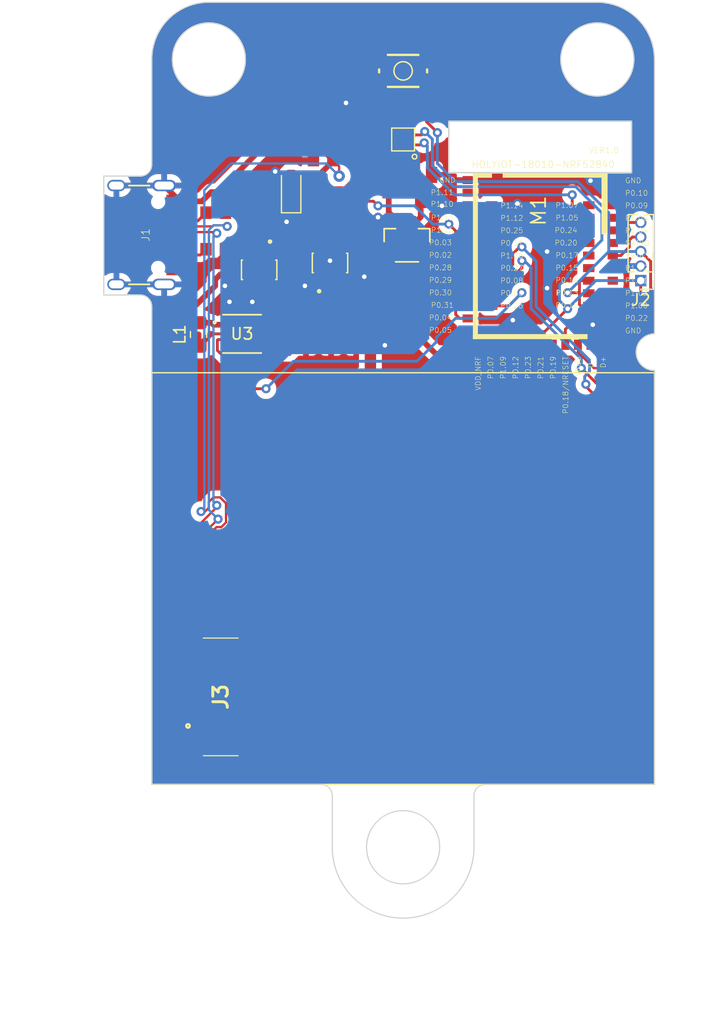
<source format=kicad_pcb>
(kicad_pcb (version 20221018) (generator pcbnew)
  (layers (0 "F.Cu" signal) (31 "B.Cu" signal) (34 "B.Paste" user) (35 "F.Paste" user) (36 "B.SilkS" user "B.Silkscreen") (37 "F.SilkS" user "F.Silkscreen") (38 "B.Mask" user) (39 "F.Mask" user) (44 "Edge.Cuts" user))
  (net 0 "")
  (net 1 "VBUS")
  (net 2 "GND")
  (net 3 "V_RAW")
  (net 4 "+5V")
  (net 5 "Net-(FUSE1-Pad1)")
  (net 6 "Net-(J1-CC1)")
  (net 7 "D+")
  (net 8 "D-")
  (net 9 "Net-(J1-CC2)")
  (net 10 "+3.3V")
  (net 11 "/NRF/RST")
  (net 12 "/NRF/SCK")
  (net 13 "/NRF/SWD")
  (net 17 "/TX")
  (net 19 "/RX")
  (net 21 "Net-(L1-Pad2)")
  (net 22 "/WS2812")
  (net 24 "/NRF/P0.02")
  (net 25 "/NRF/P0.03")
  (net 26 "/NRF/BVOLT")
  (net 27 "/NRF/P0.05")
  (net 28 "/NRF/P0.07")
  (net 29 "/NRF/P0.09")
  (net 30 "/NRF/P0.10")
  (net 31 "/NRF/P0.11")
  (net 32 "/NRF/P0.12")
  (net 33 "/NRF/POWER_PIN")
  (net 34 "/NRF/BLED")
  (net 35 "/NRF/PWM")
  (net 36 "/NRF/P0.19")
  (net 37 "/NRF/P0.21")
  (net 38 "/NRF/P0.22")
  (net 39 "/NRF/P0.23")
  (net 40 "/NRF/P0.24")
  (net 41 "/NRF/P0.25")
  (net 42 "/5VEN")
  (net 43 "/NRF/P0.27")
  (net 44 "/NRF/P0.28")
  (net 45 "/NRF/P0.29")
  (net 46 "/NRF/P0.30")
  (net 47 "/NRF/P0.31")
  (net 48 "/NRF/P1.00")
  (net 49 "/NRF/P1.01")
  (net 50 "/NRF/P1.02")
  (net 51 "/NRF/P1.03")
  (net 52 "/NRF/P1.04")
  (net 53 "/NRF/P1.05")
  (net 54 "/NRF/P1.06")
  (net 55 "/NRF/P1.07")
  (net 56 "/NRF/P1.08")
  (net 57 "/NRF/P1.09")
  (net 58 "/NRF/P1.10")
  (net 59 "/NRF/P1.11")
  (net 60 "/NRF/P1.12")
  (net 61 "/NRF/P1.13")
  (net 62 "/NRF/P1.14")
  (net 63 "/NRF/P1.15")
  (net 64 "+BATT")
  (net 65 "Net-(U3-OUTS)")
  (net 66 "Net-(U1-PROG)")
  (net 67 "Net-(U2-VDD)")
  (net 68 "CHG")
  (net 69 "Net-(U2-GND)")
  (footprint "PW:0603" (layer "F.Cu") (at 33.6 83)
    (fp_text reference "R99" hide)
    (fp_text value "5.1k")
  )
  (footprint "Connector_PinHeader_1.27mm:PinHeader_1x05_P1.27mm_Vertical" (layer "F.Cu") (at 70.8 88.94 180)
    (fp_text reference "J2")
    (fp_text value "CONN_061.27MM")
  )
  (footprint "PW:0603" (layer "F.Cu") (at 33.6 86.2)
    (fp_text reference "R100" hide)
    (fp_text value "5.1k")
  )
  (footprint "Diode_SMD:D_SOD-323_HandSoldering" (layer "F.Cu") (at 40.2 81 90)
    (fp_text reference "D122" hide)
    (fp_text value "SD103AWS-E3-08")
  )
  (footprint "PW:C0603" (layer "F.Cu") (at 43 84)
    (fp_text reference "C2" hide)
    (fp_text value "4.7u")
  )
  (footprint "PW:SOT23" (layer "F.Cu") (at 51.5396 80.8 180)
    (fp_text reference "U2" hide)
    (fp_text value "XB3303ASOT23")
  )
  (footprint "PW:SOT23" (layer "F.Cu") (at 43.2 81.2 -90)
    (fp_text reference "Q6" hide)
    (fp_text value "PMOSFETSOT23")
  )
  (footprint "PW:0603" (layer "F.Cu") (at 46.3396 83.8 90)
    (fp_text reference "R90" hide)
    (fp_text value "100k")
  )
  (footprint "PW:0603" (layer "F.Cu") (at 46.3396 80.4 90)
    (fp_text reference "R92" hide)
    (fp_text value "100k")
  )
  (footprint "PW:0603" (layer "F.Cu") (at 40.6 87.199 90)
    (fp_text reference "R95" hide)
    (fp_text value "2k")
  )
  (footprint "PW:XKB-USB-C-16P" (layer "F.Cu") (at 30 84.95 -90)
    (fp_text reference "J1")
    (fp_text value "XKB-USB-C16PIN" hide)
  )
  (footprint "PW:C0603" (layer "F.Cu") (at 41.495801 93.652 -90)
    (fp_text reference "C5" hide)
    (fp_text value "2.2u")
  )
  (footprint "PW:C0603" (layer "F.Cu") (at 45.895801 93.652 -90)
    (fp_text reference "C3" hide)
    (fp_text value "10u")
  )
  (footprint "PW:21-0137_T1033&plus_2_MXM" (layer "F.Cu") (at 35.9038 93.6)
    (fp_text reference "U3")
    (fp_text value "max8815aetb+")
  )
  (footprint "PW:SOT95P285X140-5N" (layer "F.Cu") (at 37.4 88 -90)
    (fp_text reference "VREG1" hide)
    (fp_text value "AP2112K-3.3TRG1")
  )
  (footprint "PW:TACTILE_SWITCH_SMD_4.6X2.8MM" (layer "F.Cu") (at 50 70.6 180)
    (fp_text reference "S1" hide)
    (fp_text value "MOMENTARY-SWITCH-SPST-SMD-4.6X2.8MM")
  )
  (footprint "PW:HOLYIOT-18010" (layer "F.Cu") (at 62 86.75)
    (fp_text reference "M1")
    (fp_text value "HOLYIOT_18010")
    (fp_line (start -8 -11.75) (end 8 -11.75) (stroke (width 0.12)) (layer "Edge.Cuts"))
    (fp_line (start -8 -7.25) (end -8 -11.75) (stroke (width 0.12)) (layer "Edge.Cuts"))
    (fp_line (start 8 -11.75) (end 8 -7.25) (stroke (width 0.12)) (layer "Edge.Cuts"))
    (fp_line (start 8 -7.25) (end -8 -7.25) (stroke (width 0.12)) (layer "Edge.Cuts"))
  )
  (footprint "PW:0603" (layer "F.Cu") (at 70.8 92.2 90)
    (fp_text reference "R91" hide)
    (fp_text value "100k")
  )
  (footprint "PW:C0603" (layer "F.Cu") (at 43 78.4 180)
    (fp_text reference "C1" hide)
    (fp_text value "10u")
  )
  (footprint "PW:0603" (layer "F.Cu") (at 48.7396 80.4 90)
    (fp_text reference "R98" hide)
    (fp_text value "100")
  )
  (footprint "PW:C0603" (layer "F.Cu") (at 43.695801 93.652 -90)
    (fp_text reference "C4" hide)
    (fp_text value "10u")
  )
  (footprint "PW:0603" (layer "F.Cu") (at 39.295801 93.652 90)
    (fp_text reference "R1" hide)
    (fp_text value "100")
  )
  (footprint "PW:1206" (layer "F.Cu") (at 41.8 76.2)
    (fp_text reference "FUSE1" hide)
    (fp_text value "500mA")
  )
  (footprint "PW:HPMA115C0" (layer "F.Cu") (at 50 115 180)
    (fp_text reference "J3")
    (fp_text value "Conn_01x10" hide)
  )
  (footprint "PW:0603" (layer "F.Cu") (at 46 76.6 -90)
    (fp_text reference "R96" hide)
    (fp_text value "100k")
  )
  (footprint "Inductor_SMD:L_0805_2012Metric_Pad1.15x1.40mm_HandSolder" (layer "F.Cu") (at 32.095801 93.652 90)
    (fp_text reference "L1")
    (fp_text value "L")
  )
  (footprint "PW:SOT95P285X140-5N" (layer "F.Cu") (at 43.6 87.4 90)
    (fp_text reference "U1" hide)
    (fp_text value "TP4054-42-SOT25-R_TP4054-42-SOT25-R")
  )
  (footprint "PW:SK6805-E-J" (layer "F.Cu") (at 50 76.6 90)
    (fp_text reference "LED1" hide)
    (fp_text value "~")
  )
  (footprint "PW:BM02B-SRSS-TB" (layer "F.Cu") (at 50.3396 84.075)
    (fp_text reference "X1" hide)
    (fp_text value "BM02B-SRSS-TB")
  )
  (gr_line (start 23.8 79.8) (end 23.8 90.2) (stroke (width 0.1)) (layer "Edge.Cuts"))
  (gr_arc (start 56.2 138.5) (mid 50 144.7) (end 43.8 138.5) (stroke (width 0.1)) (layer "Edge.Cuts"))
  (gr_line (start 28 91.2) (end 28 133) (stroke (width 0.1)) (layer "Edge.Cuts"))
  (gr_arc (start 27 90.2) (mid 27.707107 90.492893) (end 28 91.2) (stroke (width 0.1)) (layer "Edge.Cuts"))
  (gr_line (start 28 133) (end 42.8 133) (stroke (width 0.1)) (layer "Edge.Cuts"))
  (gr_arc (start 56.2 134) (mid 56.492893 133.292893) (end 57.2 133) (stroke (width 0.1)) (layer "Edge.Cuts"))
  (gr_arc (start 67 64.6) (mid 70.535534 66.064466) (end 72 69.6) (stroke (width 0.1)) (layer "Edge.Cuts"))
  (gr_arc (start 42.8 133) (mid 43.507107 133.292893) (end 43.8 134) (stroke (width 0.1)) (layer "Edge.Cuts"))
  (gr_line (start 56.2 138.5) (end 56.2 134) (stroke (width 0.1)) (layer "Edge.Cuts"))
  (gr_line (start 57.2 133) (end 72 133) (stroke (width 0.1)) (layer "Edge.Cuts"))
  (gr_circle (center 67 69.6) (end 70.2 69.6) (stroke (width 0.1)) (fill none) (layer "Edge.Cuts"))
  (gr_circle (center 50 138.5) (end 53.2 138.5) (stroke (width 0.1)) (fill none) (layer "Edge.Cuts"))
  (gr_circle (center 33 69.6) (end 36.2 69.6) (stroke (width 0.1)) (fill none) (layer "Edge.Cuts"))
  (gr_line (start 28 69.6) (end 28 78.8) (stroke (width 0.1)) (layer "Edge.Cuts"))
  (gr_arc (start 72 96.8) (mid 70.4 95.2) (end 72 93.6) (stroke (width 0.1)) (layer "Edge.Cuts"))
  (gr_line (start 72 93.6) (end 72 69.6) (stroke (width 0.1)) (layer "Edge.Cuts"))
  (gr_line (start 27 79.8) (end 23.8 79.8) (stroke (width 0.1)) (layer "Edge.Cuts"))
  (gr_line (start 23.8 90.2) (end 27 90.2) (stroke (width 0.1)) (layer "Edge.Cuts"))
  (gr_arc (start 28 78.8) (mid 27.707107 79.507107) (end 27 79.8) (stroke (width 0.1)) (layer "Edge.Cuts"))
  (gr_line (start 43.8 138.5) (end 43.8 134) (stroke (width 0.1)) (layer "Edge.Cuts"))
  (gr_line (start 67 64.6) (end 33 64.6) (stroke (width 0.1)) (layer "Edge.Cuts"))
  (gr_line (start 72 133) (end 72 96.8) (stroke (width 0.1)) (layer "Edge.Cuts"))
  (gr_arc (start 28 69.6) (mid 29.464466 66.064466) (end 33 64.6) (stroke (width 0.1)) (layer "Edge.Cuts"))
  (segment (start 70.2 128.58277) (end 67.37277 131.41) (width 0.2) (layer "F.Cu") (net 1))
  (segment (start 43.25 82.15) (end 43.225 82.125) (width 0.35) (layer "F.Cu") (net 1))
  (segment (start 44.8 83.15) (end 43.8 82.15) (width 0.5) (layer "F.Cu") (net 1))
  (segment (start 45.05 78.4) (end 46 77.45) (width 0.5) (layer "F.Cu") (net 1))
  (segment (start 32.9895 108.31005) (end 32.9895 108.8105) (width 0.2) (layer "F.Cu") (net 1))
  (segment (start 65.300015 95.199998) (end 66.700017 96.6) (width 0.2) (layer "F.Cu") (net 1))
  (segment (start 32.662586 109.137414) (end 32.31413 109.137414) (width 0.2) (layer "F.Cu") (net 1))
  (segment (start 34.5 110.08995) (end 34.5 108.42055) (width 0.2) (layer "F.Cu") (net 1))
  (segment (start 34.08995 110.5) (end 34.5 110.08995) (width 0.2) (layer "F.Cu") (net 1))
  (segment (start 33.39955 107.9) (end 32.9895 108.31005) (width 0.2) (layer "F.Cu") (net 1))
  (segment (start 29.79 130.47277) (end 29.79 114.375686) (width 0.2) (layer "F.Cu") (net 1))
  (segment (start 33.665686 110.5) (end 34.08995 110.5) (width 0.2) (layer "F.Cu") (net 1))
  (segment (start 70.2 98.572574) (end 70.2 128.58277) (width 0.2) (layer "F.Cu") (net 1))
  (segment (start 68.227426 96.6) (end 70.2 98.572574) (width 0.2) (layer "F.Cu") (net 1))
  (segment (start 44.55 86.215) (end 44.8 85.965) (width 0.5) (layer "F.Cu") (net 1))
  (segment (start 67.37277 131.41) (end 30.72723 131.41) (width 0.2) (layer "F.Cu") (net 1))
  (segment (start 44.4 79.8) (end 44.4 78.95) (width 0.2) (layer "F.Cu") (net 1))
  (segment (start 40.7 80.25) (end 40.2 79.75) (width 0.5) (layer "F.Cu") (net 1))
  (segment (start 42.1 80.25) (end 40.7 80.25) (width 0.5) (layer "F.Cu") (net 1))
  (segment (start 43.85 78.5) (end 42.1 80.25) (width 0.5) (layer "F.Cu") (net 1))
  (segment (start 42.1 80.25) (end 43.15 81.3) (width 0.5) (layer "F.Cu") (net 1))
  (segment (start 43.222 76.2) (end 43.222 77.772) (width 0.5) (layer "F.Cu") (net 1))
  (segment (start 43.225 81.375) (end 43.15 81.3) (width 0.35) (layer "F.Cu") (net 1))
  (segment (start 43.85 78.4) (end 43.85 78.5) (width 0.5) (layer "F.Cu") (net 1))
  (segment (start 65.300015 94.55) (end 65.300015 95.199998) (width 0.2) (layer "F.Cu") (net 1))
  (segment (start 29.79 114.375686) (end 33.665686 110.5) (width 0.2) (layer "F.Cu") (net 1))
  (segment (start 44.4 78.95) (end 43.85 78.4) (width 0.2) (layer "F.Cu") (net 1))
  (segment (start 44.8 85.965) (end 44.8 83.15) (width 0.5) (layer "F.Cu") (net 1))
  (segment (start 33.97945 107.9) (end 33.39955 107.9) (width 0.2) (layer "F.Cu") (net 1))
  (segment (start 43.8 82.15) (end 43.25 82.15) (width 0.35) (layer "F.Cu") (net 1))
  (segment (start 32.9895 108.8105) (end 32.662586 109.137414) (width 0.2) (layer "F.Cu") (net 1))
  (segment (start 30.72723 131.41) (end 29.79 130.47277) (width 0.2) (layer "F.Cu") (net 1))
  (segment (start 43.225 82.125) (end 43.225 81.375) (width 0.35) (layer "F.Cu") (net 1))
  (segment (start 43.222 77.772) (end 43.85 78.4) (width 0.5) (layer "F.Cu") (net 1))
  (segment (start 66.700017 96.6) (end 68.227426 96.6) (width 0.2) (layer "F.Cu") (net 1))
  (segment (start 43.85 78.4) (end 45.05 78.4) (width 0.5) (layer "F.Cu") (net 1))
  (segment (start 34.5 108.42055) (end 33.97945 107.9) (width 0.2) (layer "F.Cu") (net 1))
  (via (at 32.31413 109.137414) (size 0.8) (drill 0.4) (layers "F.Cu" "B.Cu") (net 1))
  (via (at 44.4 79.8) (size 1) (drill 0.5) (layers "F.Cu" "B.Cu") (net 1))
  (segment (start 43.3 78.7) (end 44.4 79.8) (width 0.2) (layer "B.Cu") (net 1))
  (segment (start 32.31413 109.137414) (end 32.6 108.851544) (width 0.2) (layer "B.Cu") (net 1))
  (segment (start 34.934314 78.7) (end 43.3 78.7) (width 0.2) (layer "B.Cu") (net 1))
  (segment (start 32.6 108.851544) (end 32.6 81.034314) (width 0.2) (layer "B.Cu") (net 1))
  (segment (start 32.6 81.034314) (end 34.934314 78.7) (width 0.2) (layer "B.Cu") (net 1))
  (segment (start 46 75.75) (end 48.15 75.75) (width 0.35) (layer "F.Cu") (net 2))
  (segment (start 37.4 93.6) (end 35.9038 93.6) (width 0.25) (layer "F.Cu") (net 2))
  (segment (start 48.15 75.75) (end 48.2 75.8) (width 0.35) (layer "F.Cu") (net 2))
  (segment (start 43.8 87.4) (end 43.6 87.2) (width 0.35) (layer "F.Cu") (net 2))
  (segment (start 30 81.545) (end 29.085 80.63) (width 0.5) (layer "F.Cu") (net 2))
  (segment (start 46.3396 85.90437) (end 44.84397 87.4) (width 0.35) (layer "F.Cu") (net 2))
  (segment (start 38.865 79.465) (end 38.8 79.4) (width 0.25) (layer "F.Cu") (net 2))
  (segment (start 30 81.725) (end 30 81.545) (width 0.5) (layer "F.Cu") (net 2))
  (segment (start 39.8 83.8) (end 38.865 82.865) (width 0.25) (layer "F.Cu") (net 2))
  (segment (start 40.05 78.4) (end 42.15 78.4) (width 0.25) (layer "F.Cu") (net 2))
  (segment (start 33.16 87.44) (end 32.8 87.8) (width 1) (layer "F.Cu") (net 2))
  (segment (start 34.45 86.2) (end 34.6 86.2) (width 1) (layer "F.Cu") (net 2))
  (segment (start 33.94 87.44) (end 33.16 87.44) (width 1) (layer "F.Cu") (net 2))
  (segment (start 34.6 86.2) (end 36 84.8) (width 1) (layer "F.Cu") (net 2))
  (segment (start 38.8 79.4) (end 39.8 78.4) (width 0.35) (layer "F.Cu") (net 2))
  (segment (start 44.84397 87.4) (end 43.8 87.4) (width 0.35) (layer "F.Cu") (net 2))
  (segment (start 38.865 82.865) (end 38.865 79.465) (width 0.25) (layer "F.Cu") (net 2))
  (segment (start 46.3396 84.65) (end 46.3396 85.90437) (width 0.35) (layer "F.Cu") (net 2))
  (segment (start 46.55 84.65) (end 47.8 83.4) (width 0.35) (layer "F.Cu") (net 2))
  (segment (start 34.45 86.93) (end 33.94 87.44) (width 1) (layer "F.Cu") (net 2))
  (segment (start 35.9038 93.6) (end 34.903799 94.600001) (width 0.25) (layer "F.Cu") (net 2))
  (segment (start 34.45 86.2) (end 34.45 86.93) (width 1) (layer "F.Cu") (net 2))
  (segment (start 46.3396 84.65) (end 46.55 84.65) (width 0.35) (layer "F.Cu") (net 2))
  (segment (start 39.8 78.4) (end 40.05 78.4) (width 0.35) (layer "F.Cu") (net 2))
  (segment (start 34.903799 94.600001) (end 34.4076 94.600001) (width 0.25) (layer "F.Cu") (net 2))
  (via (at 46.6 88.6) (size 0.8) (drill 0.4) (layers "F.Cu" "B.Cu") (net 2))
  (via (at 34.4 89.4) (size 0.8) (drill 0.4) (layers "F.Cu" "B.Cu") (net 2))
  (via (at 45 73.4) (size 0.8) (drill 0.4) (layers "F.Cu" "B.Cu") (net 2))
  (via (at 59.6 92.4) (size 0.8) (drill 0.4) (layers "F.Cu" "B.Cu") (net 2))
  (via (at 66.4 80.2) (size 0.8) (drill 0.4) (layers "F.Cu" "B.Cu") (net 2))
  (via (at 38.8 79.4) (size 0.8) (drill 0.4) (layers "F.Cu" "B.Cu") (net 2))
  (via (at 48.4 94.6) (size 0.8) (drill 0.4) (layers "F.Cu" "B.Cu") (net 2))
  (via (at 60 82.2) (size 0.8) (drill 0.4) (layers "F.Cu" "B.Cu") (net 2))
  (via (at 53.4 82.4) (size 0.8) (drill 0.4) (layers "F.Cu" "B.Cu") (net 2))
  (via (at 66.6 92.8) (size 0.8) (drill 0.4) (layers "F.Cu" "B.Cu") (net 2))
  (via (at 62.6 89.6) (size 0.8) (drill 0.4) (layers "F.Cu" "B.Cu") (net 2))
  (via (at 41.4 89.4) (size 0.8) (drill 0.4) (layers "F.Cu" "B.Cu") (net 2))
  (via (at 62.6 86.4) (size 0.8) (drill 0.4) (layers "F.Cu" "B.Cu") (net 2))
  (via (at 47.8 83.4) (size 0.8) (drill 0.4) (layers "F.Cu" "B.Cu") (net 2))
  (via (at 39.8 83.8) (size 0.8) (drill 0.4) (layers "F.Cu" "B.Cu") (net 2))
  (via (at 34.8 90.8) (size 0.8) (drill 0.4) (layers "F.Cu" "B.Cu") (net 2))
  (via (at 43.6 87.2) (size 0.8) (drill 0.4) (layers "F.Cu" "B.Cu") (net 2))
  (via (at 36.8 90.8) (size 0.8) (drill 0.4) (layers "F.Cu" "B.Cu") (net 2))
  (segment (start 42.15 84) (end 41.165 84) (width 0.5) (layer "F.Cu") (net 3))
  (segment (start 38.35 86.815) (end 38.35 87.450036) (width 0.5) (layer "F.Cu") (net 3))
  (segment (start 33.172801 93.6) (end 32.095801 94.677) (width 0.5) (layer "F.Cu") (net 3))
  (segment (start 36.939964 87.94) (end 36.45 87.450036) (width 0.5) (layer "F.Cu") (net 3))
  (segment (start 37.860036 87.94) (end 36.939964 87.94) (width 0.5) (layer "F.Cu") (net 3))
  (segment (start 33.55 89.407852) (end 30.945801 92.012051) (width 0.5) (layer "F.Cu") (net 3))
  (segment (start 31.355852 93.652) (end 32.095801 93.652) (width 0.5) (layer "F.Cu") (net 3))
  (segment (start 38.35 87.450036) (end 37.860036 87.94) (width 0.5) (layer "F.Cu") (net 3))
  (segment (start 36.142852 86.815) (end 34.557852 88.4) (width 0.5) (layer "F.Cu") (net 3))
  (segment (start 42.1 82.15) (end 40.3 82.15) (width 0.5) (layer "F.Cu") (net 3))
  (segment (start 41.165 84) (end 38.35 86.815) (width 0.5) (layer "F.Cu") (net 3))
  (segment (start 34.4076 93.6) (end 33.172801 93.6) (width 0.25) (layer "F.Cu") (net 3))
  (segment (start 42.1 82.15) (end 42.1 83.95) (width 0.5) (layer "F.Cu") (net 3))
  (segment (start 40.3 82.15) (end 40.2 82.25) (width 0.5) (layer "F.Cu") (net 3))
  (segment (start 42.1 83.95) (end 42.15 84) (width 0.5) (layer "F.Cu") (net 3))
  (segment (start 33.55 88.85) (end 33.55 89.407852) (width 0.5) (layer "F.Cu") (net 3))
  (segment (start 36.45 86.815) (end 36.142852 86.815) (width 0.5) (layer "F.Cu") (net 3))
  (segment (start 32.095801 93.652) (end 32.095801 94.677) (width 0.5) (layer "F.Cu") (net 3))
  (segment (start 34 88.4) (end 33.55 88.85) (width 0.5) (layer "F.Cu") (net 3))
  (segment (start 34.557852 88.4) (end 34 88.4) (width 0.5) (layer "F.Cu") (net 3))
  (segment (start 30.945801 93.241949) (end 31.355852 93.652) (width 0.5) (layer "F.Cu") (net 3))
  (segment (start 36.45 87.450036) (end 36.45 86.815) (width 0.5) (layer "F.Cu") (net 3))
  (segment (start 30.945801 92.012051) (end 30.945801 93.241949) (width 0.5) (layer "F.Cu") (net 3))
  (segment (start 38.199999 95.4) (end 40.077801 95.4) (width 0.25) (layer "F.Cu") (net 4))
  (segment (start 37.4 92.8) (end 37.402 92.802) (width 0.2) (layer "F.Cu") (net 4))
  (segment (start 37.4 92.8) (end 37.4 93.100001) (width 0.2) (layer "F.Cu") (net 4))
  (segment (start 46.625801 92.802) (end 47.135801 93.312) (width 1) (layer "F.Cu") (net 4))
  (segment (start 37.402 92.802) (end 39.295801 92.802) (width 0.5) (layer "F.Cu") (net 4))
  (segment (start 39.11 127.89) (end 35.4 127.89) (width 1) (layer "F.Cu") (net 4))
  (segment (start 40 104.071602) (end 40 127) (width 1) (layer "F.Cu") (net 4))
  (segment (start 45.895801 92.802) (end 46.625801 92.802) (width 1) (layer "F.Cu") (net 4))
  (segment (start 39.295801 92.802) (end 40.4 92.802) (width 1) (layer "F.Cu") (net 4))
  (segment (start 40.4 92.802) (end 41.495801 92.802) (width 1) (layer "F.Cu") (net 4))
  (segment (start 37.4 94.600001) (end 38.199999 95.4) (width 0.25) (layer "F.Cu") (net 4))
  (segment (start 40.077801 95.4) (end 40.4 95.077801) (width 0.25) (layer "F.Cu") (net 4))
  (segment (start 40.4 95.077801) (end 40.4 92.802) (width 0.25) (layer "F.Cu") (net 4))
  (segment (start 37.4 92.599999) (end 37.4 92.8) (width 0.2) (layer "F.Cu") (net 4))
  (segment (start 40 127) (end 39.11 127.89) (width 1) (layer "F.Cu") (net 4))
  (segment (start 47.135801 96.935801) (end 40 104.071602) (width 1) (layer "F.Cu") (net 4))
  (segment (start 47.135801 93.312) (end 47.135801 96.935801) (width 1) (layer "F.Cu") (net 4))
  (segment (start 43.695801 92.802) (end 41.495801 92.802) (width 1) (layer "F.Cu") (net 4))
  (segment (start 45.895801 92.802) (end 43.695801 92.802) (width 1) (layer "F.Cu") (net 4))
  (segment (start 30 82.5) (end 31.32 82.5) (width 0.5) (layer "F.Cu") (net 5))
  (segment (start 29.246371 82.5) (end 30 82.5) (width 0.35) (layer "F.Cu") (net 5))
  (segment (start 38.8 76.2) (end 40.378 76.2) (width 0.5) (layer "F.Cu") (net 5))
  (segment (start 32.39 82.01) (end 33.2 81.2) (width 0.5) (layer "F.Cu") (net 5))
  (segment (start 31.32 82.5) (end 31.81 82.01) (width 0.5) (layer "F.Cu") (net 5))
  (segment (start 28.52 83.226371) (end 29.246371 82.5) (width 0.35) (layer "F.Cu") (net 5))
  (segment (start 31.81 82.01) (end 32.39 82.01) (width 0.5) (layer "F.Cu") (net 5))
  (segment (start 33.2 81.2) (end 33.8 81.2) (width 0.5) (layer "F.Cu") (net 5))
  (segment (start 30 87.4) (end 29.246371 87.4) (width 0.35) (layer "F.Cu") (net 5))
  (segment (start 29.246371 87.4) (end 28.52 86.673629) (width 0.35) (layer "F.Cu") (net 5))
  (segment (start 28.52 86.673629) (end 28.52 83.226371) (width 0.35) (layer "F.Cu") (net 5))
  (segment (start 33.8 81.2) (end 38.8 76.2) (width 0.5) (layer "F.Cu") (net 5))
  (segment (start 32.05 83.7) (end 32.75 83) (width 0.25) (layer "F.Cu") (net 6))
  (segment (start 30 83.7) (end 32.05 83.7) (width 0.25) (layer "F.Cu") (net 6))
  (segment (start 29 114.048456) (end 30.041494 113.006962) (width 0.2) (layer "F.Cu") (net 7))
  (segment (start 30.4 132.2) (end 29 130.799999) (width 0.2) (layer "F.Cu") (net 7))
  (segment (start 33.5895 84.7) (end 33.6895 84.8) (width 0.2) (layer "F.Cu") (net 7))
  (segment (start 33.6895 108.751994) (end 33.6895 108.6) (width 0.2) (layer "F.Cu") (net 7))
  (segment (start 30.041494 113.006962) (end 30.041494 112.4) (width 0.2) (layer "F.Cu") (net 7))
  (segment (start 29 130.799999) (end 29 114.048456) (width 0.2) (layer "F.Cu") (net 7))
  (segment (start 31.015 84.76) (end 31.015 85.64) (width 0.2) (layer "F.Cu") (net 7))
  (segment (start 30.955 85.7) (end 30 85.7) (width 0.2) (layer "F.Cu") (net 7))
  (segment (start 31.015 85.64) (end 30.955 85.7) (width 0.2) (layer "F.Cu") (net 7))
  (segment (start 30.955 84.7) (end 31.015 84.76) (width 0.2) (layer "F.Cu") (net 7))
  (segment (start 30 84.7) (end 33.5895 84.7) (width 0.2) (layer "F.Cu") (net 7))
  (segment (start 71 128.9) (end 67.7 132.2) (width 0.2) (layer "F.Cu") (net 7))
  (segment (start 67.500009 94.55) (end 67.500009 94.755353) (width 0.2) (layer "F.Cu") (net 7))
  (segment (start 67.7 132.2) (end 30.4 132.2) (width 0.2) (layer "F.Cu") (net 7))
  (segment (start 30 84.7) (end 30.955 84.7) (width 0.2) (layer "F.Cu") (net 7))
  (segment (start 67.500009 94.755353) (end 71 98.255344) (width 0.2) (layer "F.Cu") (net 7))
  (segment (start 71 98.255344) (end 71 128.9) (width 0.2) (layer "F.Cu") (net 7))
  (segment (start 30.041494 112.4) (end 33.6895 108.751994) (width 0.2) (layer "F.Cu") (net 7))
  (via (at 33.6895 84.8) (size 0.8) (drill 0.4) (layers "F.Cu" "B.Cu") (net 7))
  (via (at 33.6895 108.6) (size 0.8) (drill 0.4) (layers "F.Cu" "B.Cu") (net 7))
  (segment (start 33.6895 84.8) (end 33.4 85.0895) (width 0.2) (layer "B.Cu") (net 7))
  (segment (start 33.4 108.3105) (end 33.6895 108.6) (width 0.2) (layer "B.Cu") (net 7))
  (segment (start 33.4 85.0895) (end 33.4 108.3105) (width 0.2) (layer "B.Cu") (net 7))
  (segment (start 30 84.2) (end 29.045 84.2) (width 0.2) (layer "F.Cu") (net 8))
  (segment (start 28.985 84.26) (end 28.985 85.14) (width 0.2) (layer "F.Cu") (net 8))
  (segment (start 29.045 85.2) (end 30 85.2) (width 0.2) (layer "F.Cu") (net 8))
  (segment (start 66.400012 94.55) (end 66.761478 94.911466) (width 0.2) (layer "F.Cu") (net 8))
  (segment (start 70.6 98.406888) (end 70.6 128.748456) (width 0.2) (layer "F.Cu") (net 8))
  (segment (start 30.561544 131.81) (end 29.39 130.638456) (width 0.2) (layer "F.Cu") (net 8))
  (segment (start 66.761478 95.134422) (end 67.827056 96.2) (width 0.2) (layer "F.Cu") (net 8))
  (segment (start 29.045 84.2) (end 28.985 84.26) (width 0.2) (layer "F.Cu") (net 8))
  (segment (start 33.313692 84.2) (end 30 84.2) (width 0.2) (layer "F.Cu") (net 8))
  (segment (start 28.985 85.14) (end 29.045 85.2) (width 0.2) (layer "F.Cu") (net 8))
  (segment (start 70.6 128.748456) (end 67.538456 131.81) (width 0.2) (layer "F.Cu") (net 8))
  (segment (start 68.393112 96.2) (end 70.6 98.406888) (width 0.2) (layer "F.Cu") (net 8))
  (segment (start 34.6 84.2) (end 34.51 84.11) (width 0.2) (layer "F.Cu") (net 8))
  (segment (start 67.538456 131.81) (end 30.561544 131.81) (width 0.2) (layer "F.Cu") (net 8))
  (segment (start 67.827056 96.2) (end 68.393112 96.2) (width 0.2) (layer "F.Cu") (net 8))
  (segment (start 29.39 114.21) (end 33.8 109.8) (width 0.2) (layer "F.Cu") (net 8))
  (segment (start 33.403692 84.11) (end 33.313692 84.2) (width 0.2) (layer "F.Cu") (net 8))
  (segment (start 29.39 130.638456) (end 29.39 114.21) (width 0.2) (layer "F.Cu") (net 8))
  (segment (start 66.761478 94.911466) (end 66.761478 95.134422) (width 0.2) (layer "F.Cu") (net 8))
  (segment (start 34.51 84.11) (end 33.403692 84.11) (width 0.2) (layer "F.Cu") (net 8))
  (via (at 34.6 84.2) (size 0.8) (drill 0.4) (layers "F.Cu" "B.Cu") (net 8))
  (via (at 33.8 109.8) (size 0.8) (drill 0.4) (layers "F.Cu" "B.Cu") (net 8))
  (segment (start 34.6 84.2) (end 34.51 84.11) (width 0.2) (layer "B.Cu") (net 8))
  (segment (start 34.51 84.11) (end 33.403692 84.11) (width 0.2) (layer "B.Cu") (net 8))
  (segment (start 33 84.513692) (end 33 109) (width 0.2) (layer "B.Cu") (net 8))
  (segment (start 33.403692 84.11) (end 33 84.513692) (width 0.2) (layer "B.Cu") (net 8))
  (segment (start 33 109) (end 33.8 109.8) (width 0.2) (layer "B.Cu") (net 8))
  (segment (start 30 86.7) (end 32.25 86.7) (width 0.25) (layer "F.Cu") (net 9))
  (segment (start 32.25 86.7) (end 32.75 86.2) (width 0.25) (layer "F.Cu") (net 9))
  (segment (start 56.950009 93.4) (end 62.4 93.4) (width 0.25) (layer "F.Cu") (net 10))
  (segment (start 51.894772 75.905228) (end 51.6 76.2) (width 0.25) (layer "F.Cu") (net 10))
  (segment (start 70.8 91.35) (end 70.8 88.94) (width 0.25) (layer "F.Cu") (net 10))
  (segment (start 56.500007 95.013025) (end 56.500007 94.55) (width 0.5) (layer "F.Cu") (net 10))
  (segment (start 48.70585 91.2) (end 52.84885 95.343) (width 0.5) (layer "F.Cu") (net 10))
  (segment (start 56.170032 95.343) (end 56.500007 95.013025) (width 0.5) (layer "F.Cu") (net 10))
  (segment (start 62.4 93.4) (end 64.4 91.4) (width 0.25) (layer "F.Cu") (net 10))
  (segment (start 56.500007 94.55) (end 56.500007 93.850002) (width 0.25) (layer "F.Cu") (net 10))
  (segment (start 50.55 76.2) (end 50.475 76.125) (width 0.25) (layer "F.Cu") (net 10))
  (segment (start 51.6 76.2) (end 50.55 76.2) (width 0.25) (layer "F.Cu") (net 10))
  (segment (start 38.35 89.35) (end 40.2 91.2) (width 0.5) (layer "F.Cu") (net 10))
  (segment (start 38.35 89.185) (end 38.35 89.35) (width 0.5) (layer "F.Cu") (net 10))
  (segment (start 56.500007 93.850002) (end 56.950009 93.4) (width 0.25) (layer "F.Cu") (net 10))
  (segment (start 40.2 91.2) (end 48.70585 91.2) (width 0.5) (layer "F.Cu") (net 10))
  (segment (start 52.84885 95.343) (end 56.170032 95.343) (width 0.5) (layer "F.Cu") (net 10))
  (via (at 51.894772 75.905228) (size 0.8) (drill 0.4) (layers "F.Cu" "B.Cu") (net 10))
  (via (at 64.4 91.4) (size 0.8) (drill 0.4) (layers "F.Cu" "B.Cu") (net 10))
  (segment (start 67.4 83.022254) (end 67.4 85.4) (width 0.25) (layer "B.Cu") (net 10))
  (segment (start 51.894772 75.905228) (end 52.56 76.570456) (width 0.25) (layer "B.Cu") (net 10))
  (segment (start 65.102746 80.725) (end 67.4 83.022254) (width 0.25) (layer "B.Cu") (net 10))
  (segment (start 66.86 88.94) (end 70.8 88.94) (width 0.25) (layer "B.Cu") (net 10))
  (segment (start 64.4 88.4) (end 64.4 88.6) (width 0.25) (layer "B.Cu") (net 10))
  (segment (start 52.56 78.886332) (end 54.398668 80.725) (width 0.25) (layer "B.Cu") (net 10))
  (segment (start 64.4 88.6) (end 63.685 89.315) (width 0.25) (layer "B.Cu") (net 10))
  (segment (start 54.398668 80.725) (end 65.102746 80.725) (width 0.25) (layer "B.Cu") (net 10))
  (segment (start 52.56 76.570456) (end 52.56 78.886332) (width 0.25) (layer "B.Cu") (net 10))
  (segment (start 63.685 90.685) (end 64.4 91.4) (width 0.25) (layer "B.Cu") (net 10))
  (segment (start 67.4 85.4) (end 64.4 88.4) (width 0.25) (layer "B.Cu") (net 10))
  (segment (start 64.4 91.4) (end 66.86 88.94) (width 0.25) (layer "B.Cu") (net 10))
  (segment (start 63.685 89.315) (end 63.685 90.685) (width 0.25) (layer "B.Cu") (net 10))
  (segment (start 47.95 71.4) (end 52.05 71.4) (width 0.25) (layer "F.Cu") (net 11))
  (segment (start 65.550006 91.150006) (end 66.25 91.150006) (width 0.25) (layer "F.Cu") (net 11))
  (segment (start 53 76) (end 52.05 75.05) (width 0.25) (layer "F.Cu") (net 11))
  (segment (start 66.25 88.950012) (end 65.500002 88.950012) (width 0.25) (layer "F.Cu") (net 11))
  (segment (start 52.05 75.05) (end 52.05 71.4) (width 0.25) (layer "F.Cu") (net 11))
  (segment (start 70.8 86.4) (end 71.665 87.265) (width 0.25) (layer "F.Cu") (net 11))
  (segment (start 65.435002 91.035002) (end 65.550006 91.150006) (width 0.25) (layer "F.Cu") (net 11))
  (segment (start 71.665 87.265) (end 71.665 92.185) (width 0.25) (layer "F.Cu") (net 11))
  (segment (start 65.435002 90) (end 65.435002 91.035002) (width 0.25) (layer "F.Cu") (net 11))
  (segment (start 65.435002 90) (end 64.4 90) (width 0.25) (layer "F.Cu") (net 11))
  (segment (start 65.435002 89.015012) (end 65.435002 90) (width 0.25) (layer "F.Cu") (net 11))
  (segment (start 66.25 91.150006) (end 64.200015 93.199991) (width 0.25) (layer "F.Cu") (net 11))
  (segment (start 64.200015 93.199991) (end 64.200015 94.55) (width 0.25) (layer "F.Cu") (net 11))
  (segment (start 71.665 92.185) (end 70.8 93.05) (width 0.25) (layer "F.Cu") (net 11))
  (segment (start 65.500002 88.950012) (end 65.435002 89.015012) (width 0.25) (layer "F.Cu") (net 11))
  (via (at 64.4 90) (size 0.8) (drill 0.4) (layers "F.Cu" "B.Cu") (net 11))
  (via (at 53 76) (size 0.8) (drill 0.4) (layers "F.Cu" "B.Cu") (net 11))
  (segment (start 65.285 80.285) (end 68 83) (width 0.25) (layer "B.Cu") (net 11))
  (segment (start 68 83) (end 68 86.4) (width 0.25) (layer "B.Cu") (net 11))
  (segment (start 53 78.704078) (end 54.580922 80.285) (width 0.25) (layer "B.Cu") (net 11))
  (segment (start 53 76) (end 53 78.704078) (width 0.25) (layer "B.Cu") (net 11))
  (segment (start 68 86.4) (end 70.8 86.4) (width 0.25) (layer "B.Cu") (net 11))
  (segment (start 64.4 90) (end 68 86.4) (width 0.25) (layer "B.Cu") (net 11))
  (segment (start 54.580922 80.285) (end 65.285 80.285) (width 0.25) (layer "B.Cu") (net 11))
  (segment (start 70.07 85.13) (end 69.8 85.4) (width 0.25) (layer "F.Cu") (net 12))
  (segment (start 70.8 85.13) (end 70.07 85.13) (width 0.25) (layer "F.Cu") (net 12))
  (segment (start 69.8 85.4) (end 69.8 86.000034) (width 0.25) (layer "F.Cu") (net 12))
  (segment (start 69.8 86.000034) (end 69.050019 86.750015) (width 0.25) (layer "F.Cu") (net 12))
  (segment (start 69.050019 86.750015) (end 68.350021 86.750015) (width 0.25) (layer "F.Cu") (net 12))
  (segment (start 69.4 84.882656) (end 69.4 84) (width 0.25) (layer "F.Cu") (net 13))
  (segment (start 68.350021 85.649994) (end 68.632662 85.649994) (width 0.25) (layer "F.Cu") (net 13))
  (segment (start 68.632662 85.649994) (end 69.4 84.882656) (width 0.25) (layer "F.Cu") (net 13))
  (segment (start 69.4 84) (end 69.54 83.86) (width 0.25) (layer "F.Cu") (net 13))
  (segment (start 69.54 83.86) (end 70.8 83.86) (width 0.25) (layer "F.Cu") (net 13))
  (segment (start 59.6 86.6) (end 59.6 87.519856) (width 0.25) (layer "F.Cu") (net 17))
  (segment (start 31.745 130.545) (end 30.655 129.455) (width 0.25) (layer "F.Cu") (net 17))
  (segment (start 69.335 128.224476) (end 67.014476 130.545) (width 0.25) (layer "F.Cu") (net 17))
  (segment (start 65.994772 98.194772) (end 69.335 101.535) (width 0.25) (layer "F.Cu") (net 17))
  (segment (start 60.4 86) (end 60.2 86) (width 0.25) (layer "F.Cu") (net 17))
  (segment (start 58.169844 88.950012) (end 57.750019 88.950012) (width 0.25) (layer "F.Cu") (net 17))
  (segment (start 65.994772 98.005228) (end 65.994772 98.194772) (width 0.25) (layer "F.Cu") (net 17))
  (segment (start 30.655 129.455) (end 30.655 124.8) (width 0.25) (layer "F.Cu") (net 17))
  (segment (start 31.375 124.08) (end 32.67 124.08) (width 0.25) (layer "F.Cu") (net 17))
  (segment (start 67.014476 130.545) (end 31.745 130.545) (width 0.25) (layer "F.Cu") (net 17))
  (segment (start 30.655 124.8) (end 31.375 124.08) (width 0.25) (layer "F.Cu") (net 17))
  (segment (start 60.2 86) (end 59.6 86.6) (width 0.25) (layer "F.Cu") (net 17))
  (segment (start 59.6 87.519856) (end 58.169844 88.950012) (width 0.25) (layer "F.Cu") (net 17))
  (segment (start 69.335 101.535) (end 69.335 128.224476) (width 0.25) (layer "F.Cu") (net 17))
  (via (at 65.994772 98.005228) (size 0.8) (drill 0.4) (layers "F.Cu" "B.Cu") (net 17))
  (via (at 60.4 86) (size 0.8) (drill 0.4) (layers "F.Cu" "B.Cu") (net 17))
  (segment (start 61.64 87.24) (end 61.64 91.217746) (width 0.25) (layer "B.Cu") (net 17))
  (segment (start 66.315 96.896163) (end 65.896163 97.315) (width 0.25) (layer "B.Cu") (net 17))
  (segment (start 61.64 91.217746) (end 66.315 95.892746) (width 0.25) (layer "B.Cu") (net 17))
  (segment (start 65.896163 97.906619) (end 65.994772 98.005228) (width 0.25) (layer "B.Cu") (net 17))
  (segment (start 60.4 86) (end 61.64 87.24) (width 0.25) (layer "B.Cu") (net 17))
  (segment (start 65.896163 97.315) (end 65.896163 97.906619) (width 0.25) (layer "B.Cu") (net 17))
  (segment (start 66.315 95.892746) (end 66.315 96.896163) (width 0.25) (layer "B.Cu") (net 17))
  (segment (start 69.775 100.775) (end 69.775 128.40673) (width 0.25) (layer "F.Cu") (net 19))
  (segment (start 30.90327 130.985) (end 30.215 130.29673) (width 0.25) (layer "F.Cu") (net 19))
  (segment (start 58.162047 90.050009) (end 57.750019 90.050009) (width 0.25) (layer "F.Cu") (net 19))
  (segment (start 30.215 130.29673) (end 30.215 123.6) (width 0.25) (layer "F.Cu") (net 19))
  (segment (start 67.19673 130.985) (end 30.90327 130.985) (width 0.25) (layer "F.Cu") (net 19))
  (segment (start 60.4 87.2) (end 60.4 87.812056) (width 0.25) (layer "F.Cu") (net 19))
  (segment (start 69.775 128.40673) (end 67.19673 130.985) (width 0.25) (layer "F.Cu") (net 19))
  (segment (start 31.005 122.81) (end 32.67 122.81) (width 0.25) (layer "F.Cu") (net 19))
  (segment (start 65.6 96.6) (end 69.775 100.775) (width 0.25) (layer "F.Cu") (net 19))
  (segment (start 60.4 87.812056) (end 58.162047 90.050009) (width 0.25) (layer "F.Cu") (net 19))
  (segment (start 30.215 123.6) (end 31.005 122.81) (width 0.25) (layer "F.Cu") (net 19))
  (via (at 65.6 96.6) (size 0.8) (drill 0.4) (layers "F.Cu" "B.Cu") (net 19))
  (via (at 60.4 87.2) (size 0.8) (drill 0.4) (layers "F.Cu" "B.Cu") (net 19))
  (segment (start 65.6 95.8) (end 65.6 96.6) (width 0.25) (layer "B.Cu") (net 19))
  (segment (start 60.605582 87.2) (end 61.2 87.794418) (width 0.25) (layer "B.Cu") (net 19))
  (segment (start 60.4 87.2) (end 60.605582 87.2) (width 0.25) (layer "B.Cu") (net 19))
  (segment (start 61.2 87.794418) (end 61.2 91.4) (width 0.25) (layer "B.Cu") (net 19))
  (segment (start 61.2 91.4) (end 65.6 95.8) (width 0.25) (layer "B.Cu") (net 19))
  (segment (start 33.4 92.8) (end 34.4076 92.8) (width 0.5) (layer "F.Cu") (net 21))
  (segment (start 34.4076 92.599999) (end 34.4076 92.8) (width 0.25) (layer "F.Cu") (net 21))
  (segment (start 34.4076 92.8) (end 34.4076 93.100001) (width 0.25) (layer "F.Cu") (net 21))
  (segment (start 33.227 92.627) (end 33.4 92.8) (width 0.5) (layer "F.Cu") (net 21))
  (segment (start 32.095801 92.627) (end 33.227 92.627) (width 0.5) (layer "F.Cu") (net 21))
  (segment (start 65.500002 85.649994) (end 64.8 84.949992) (width 0.25) (layer "F.Cu") (net 22))
  (segment (start 51.842784 76.893364) (end 51.661148 77.075) (width 0.25) (layer "F.Cu") (net 22))
  (segment (start 64.8 84.949992) (end 64.8 81.4395) (width 0.25) (layer "F.Cu") (net 22))
  (segment (start 66.25 85.649994) (end 65.500002 85.649994) (width 0.25) (layer "F.Cu") (net 22))
  (segment (start 51.661148 77.075) (end 50.475 77.075) (width 0.25) (layer "F.Cu") (net 22))
  (via (at 64.8 81.4395) (size 0.8) (drill 0.4) (layers "F.Cu" "B.Cu") (net 22))
  (via (at 51.842784 76.893364) (size 0.8) (drill 0.4) (layers "F.Cu" "B.Cu") (net 22))
  (segment (start 52.12 77.17058) (end 52.12 79.068586) (width 0.25) (layer "B.Cu") (net 22))
  (segment (start 51.842784 76.893364) (end 52.12 77.17058) (width 0.25) (layer "B.Cu") (net 22))
  (segment (start 52.12 79.068586) (end 54.490914 81.4395) (width 0.25) (layer "B.Cu") (net 22))
  (segment (start 54.490914 81.4395) (end 64.8 81.4395) (width 0.25) (layer "B.Cu") (net 22))
  (segment (start 54.6 84.6) (end 54.6 91.899979) (width 0.25) (layer "F.Cu") (net 26))
  (segment (start 46.3396 82) (end 47.4 82) (width 0.25) (layer "F.Cu") (net 26))
  (segment (start 46.3396 82.95) (end 46.3396 82) (width 0.25) (layer "F.Cu") (net 26))
  (segment (start 54 84) (end 54.6 84.6) (width 0.25) (layer "F.Cu") (net 26))
  (segment (start 47.4 82) (end 47.8 82.4) (width 0.25) (layer "F.Cu") (net 26))
  (segment (start 54.6 91.899979) (end 54.950024 92.250003) (width 0.25) (layer "F.Cu") (net 26))
  (segment (start 46.3396 82) (end 46.3396 81.25) (width 0.25) (layer "F.Cu") (net 26))
  (segment (start 54.950024 92.250003) (end 55.650022 92.250003) (width 0.25) (layer "F.Cu") (net 26))
  (via (at 47.8 82.4) (size 0.8) (drill 0.4) (layers "F.Cu" "B.Cu") (net 26))
  (via (at 54 84) (size 0.8) (drill 0.4) (layers "F.Cu" "B.Cu") (net 26))
  (segment (start 51 82.4) (end 47.8 82.4) (width 0.25) (layer "B.Cu") (net 26))
  (segment (start 54 84) (end 52.6 84) (width 0.25) (layer "B.Cu") (net 26))
  (segment (start 52.6 84) (end 51 82.4) (width 0.25) (layer "B.Cu") (net 26))
  (segment (start 37.097 98.4) (end 33.739401 95.042401) (width 0.25) (layer "F.Cu") (net 42))
  (segment (start 59.249994 91.150006) (end 57.750019 91.150006) (width 0.25) (layer "F.Cu") (net 42))
  (segment (start 33.797003 94.099999) (end 34.4076 94.099999) (width 0.25) (layer "F.Cu") (net 42))
  (segment (start 33.739401 94.157601) (end 33.797003 94.099999) (width 0.25) (layer "F.Cu") (net 42))
  (segment (start 38 98.4) (end 37.097 98.4) (width 0.25) (layer "F.Cu") (net 42))
  (segment (start 33.739401 95.042401) (end 33.739401 94.157601) (width 0.25) (layer "F.Cu") (net 42))
  (segment (start 60.4 90) (end 59.249994 91.150006) (width 0.25) (layer "F.Cu") (net 42))
  (via (at 60.4 90) (size 0.8) (drill 0.4) (layers "F.Cu" "B.Cu") (net 42))
  (via (at 38 98.4) (size 0.8) (drill 0.4) (layers "F.Cu" "B.Cu") (net 42))
  (segment (start 38 98.4) (end 40.4 96) (width 0.25) (layer "B.Cu") (net 42))
  (segment (start 54.582254 92.24) (end 58.16 92.24) (width 0.25) (layer "B.Cu") (net 42))
  (segment (start 52.915 93.907254) (end 54.582254 92.24) (width 0.25) (layer "B.Cu") (net 42))
  (segment (start 52.915 94.296163) (end 52.915 93.907254) (width 0.25) (layer "B.Cu") (net 42))
  (segment (start 58.16 92.24) (end 60.4 90) (width 0.25) (layer "B.Cu") (net 42))
  (segment (start 40.4 96) (end 51.211163 96) (width 0.25) (layer "B.Cu") (net 42))
  (segment (start 51.211163 96) (end 52.915 94.296163) (width 0.25) (layer "B.Cu") (net 42))
  (segment (start 47.4996 86.5004) (end 45.415 88.585) (width 0.5) (layer "F.Cu") (net 64))
  (segment (start 48.6846 84.075) (end 47.4996 85.26) (width 0.5) (layer "F.Cu") (net 64))
  (segment (start 47.4996 85.26) (end 47.4996 86.5004) (width 0.5) (layer "F.Cu") (net 64))
  (segment (start 49.8396 84.075) (end 48.6846 84.075) (width 0.5) (layer "F.Cu") (net 64))
  (segment (start 44.6896 81.2) (end 46.3396 79.55) (width 0.5) (layer "F.Cu") (net 64))
  (segment (start 48.7396 81.25) (end 48.7396 82.975) (width 0.5) (layer "F.Cu") (net 64))
  (segment (start 44.3 81.2) (end 44.6896 81.2) (width 0.5) (layer "F.Cu") (net 64))
  (segment (start 47.0396 79.55) (end 48.7396 81.25) (width 0.5) (layer "F.Cu") (net 64))
  (segment (start 46.3396 79.55) (end 47.0396 79.55) (width 0.5) (layer "F.Cu") (net 64))
  (segment (start 48.7396 82.975) (end 49.8396 84.075) (width 0.5) (layer "F.Cu") (net 64))
  (segment (start 45.415 88.585) (end 44.55 88.585) (width 0.5) (layer "F.Cu") (net 64))
  (segment (start 37.4 94.099999) (end 38.8938 94.099999) (width 0.2) (layer "F.Cu") (net 65))
  (segment (start 38.8938 94.099999) (end 39.295801 94.502) (width 0.2) (layer "F.Cu") (net 65))
  (segment (start 42.516 86.349) (end 42.65 86.215) (width 0.25) (layer "F.Cu") (net 66))
  (segment (start 40.6 86.349) (end 42.516 86.349) (width 0.25) (layer "F.Cu") (net 66))
  (segment (start 48.7396 79.55) (end 50.4396 79.55) (width 0.5) (layer "F.Cu") (net 67))
  (segment (start 50.4396 79.55) (end 50.5896 79.7) (width 0.5) (layer "F.Cu") (net 67))
  (segment (start 51.5396 83.375) (end 50.8396 84.075) (width 0.5) (layer "F.Cu") (net 69))
  (segment (start 51.5396 81.9) (end 51.5396 83.375) (width 0.5) (layer "F.Cu") (net 69))
  (zone (net 2) (net_name "GND") (layers "F&B.Cu") (connect_pads (clearance 0.5)) (min_thickness 0.25) (fill yes (thermal_gap 0.5) (thermal_bridge_width 0.5))
    (polygon (pts (xy 23 64.4) (xy 23 133) (xy 72 133) (xy 72 64.4)))
  )
)
</source>
